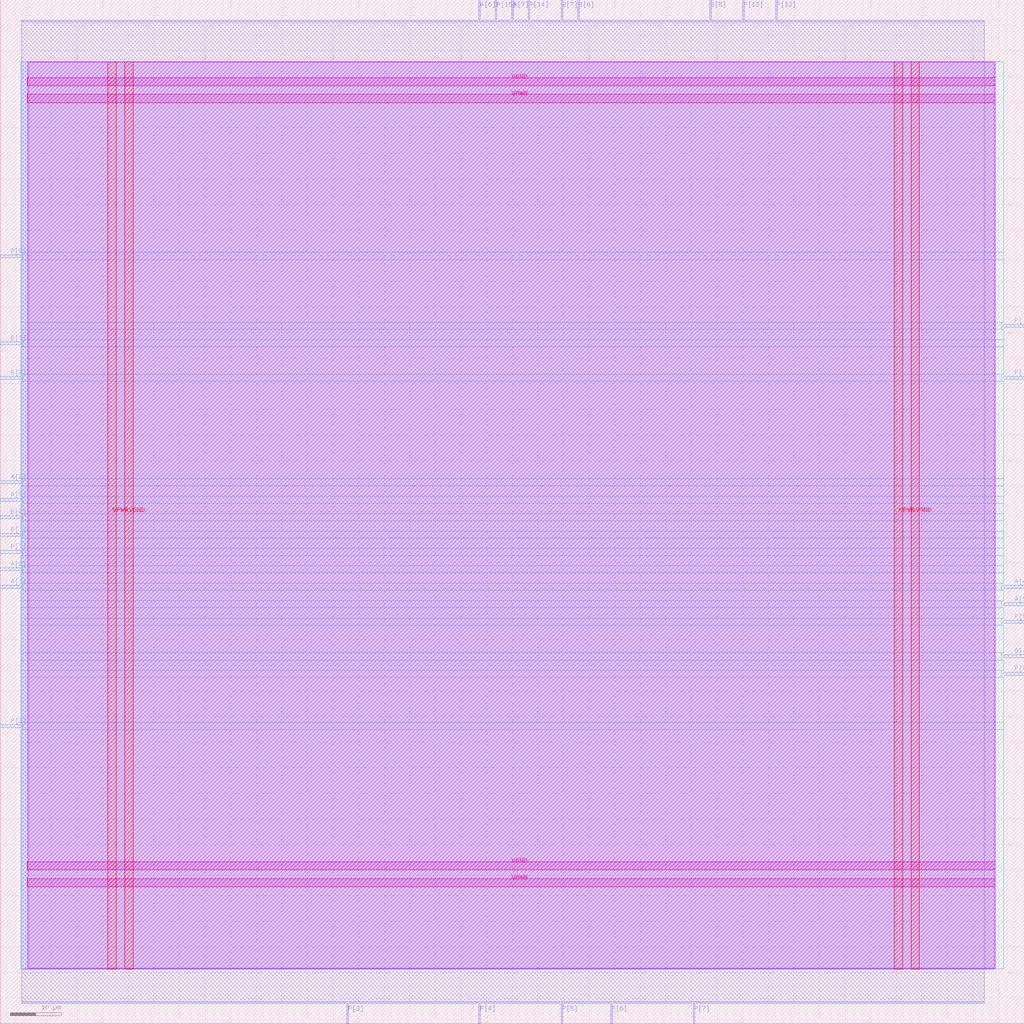
<source format=lef>
VERSION 5.7 ;
  NOWIREEXTENSIONATPIN ON ;
  DIVIDERCHAR "/" ;
  BUSBITCHARS "[]" ;
MACRO mult8_2bits_2op_e2479
  CLASS BLOCK ;
  FOREIGN mult8_2bits_2op_e2479 ;
  ORIGIN 0.000 0.000 ;
  SIZE 200.000 BY 200.000 ;
  PIN A[0]
    DIRECTION INPUT ;
    USE SIGNAL ;
    ANTENNAGATEAREA 0.495000 ;
    PORT
      LAYER met3 ;
        RECT 0.000 88.440 4.000 89.040 ;
    END
  END A[0]
  PIN A[1]
    DIRECTION INPUT ;
    USE SIGNAL ;
    ANTENNAGATEAREA 0.213000 ;
    PORT
      LAYER met3 ;
        RECT 0.000 85.040 4.000 85.640 ;
    END
  END A[1]
  PIN A[2]
    DIRECTION INPUT ;
    USE SIGNAL ;
    ANTENNAGATEAREA 0.213000 ;
    PORT
      LAYER met3 ;
        RECT 0.000 105.440 4.000 106.040 ;
    END
  END A[2]
  PIN A[3]
    DIRECTION INPUT ;
    USE SIGNAL ;
    ANTENNAGATEAREA 0.126000 ;
    PORT
      LAYER met3 ;
        RECT 0.000 102.040 4.000 102.640 ;
    END
  END A[3]
  PIN A[4]
    DIRECTION INPUT ;
    USE SIGNAL ;
    ANTENNAGATEAREA 0.213000 ;
    PORT
      LAYER met3 ;
        RECT 196.000 85.040 200.000 85.640 ;
    END
  END A[4]
  PIN A[5]
    DIRECTION INPUT ;
    USE SIGNAL ;
    ANTENNAGATEAREA 0.213000 ;
    PORT
      LAYER met3 ;
        RECT 196.000 81.640 200.000 82.240 ;
    END
  END A[5]
  PIN A[6]
    DIRECTION INPUT ;
    USE SIGNAL ;
    ANTENNAGATEAREA 0.196500 ;
    PORT
      LAYER met2 ;
        RECT 93.470 196.000 93.750 200.000 ;
    END
  END A[6]
  PIN A[7]
    DIRECTION INPUT ;
    USE SIGNAL ;
    ANTENNAGATEAREA 0.196500 ;
    PORT
      LAYER met2 ;
        RECT 99.910 196.000 100.190 200.000 ;
    END
  END A[7]
  PIN B[0]
    DIRECTION INPUT ;
    USE SIGNAL ;
    ANTENNAGATEAREA 0.126000 ;
    PORT
      LAYER met3 ;
        RECT 0.000 98.640 4.000 99.240 ;
    END
  END B[0]
  PIN B[1]
    DIRECTION INPUT ;
    USE SIGNAL ;
    ANTENNAGATEAREA 0.196500 ;
    PORT
      LAYER met3 ;
        RECT 0.000 95.240 4.000 95.840 ;
    END
  END B[1]
  PIN B[2]
    DIRECTION INPUT ;
    USE SIGNAL ;
    ANTENNAGATEAREA 0.247500 ;
    PORT
      LAYER met3 ;
        RECT 0.000 125.840 4.000 126.440 ;
    END
  END B[2]
  PIN B[3]
    DIRECTION INPUT ;
    USE SIGNAL ;
    ANTENNAGATEAREA 0.495000 ;
    PORT
      LAYER met3 ;
        RECT 0.000 132.640 4.000 133.240 ;
    END
  END B[3]
  PIN B[4]
    DIRECTION INPUT ;
    USE SIGNAL ;
    ANTENNAGATEAREA 0.213000 ;
    PORT
      LAYER met3 ;
        RECT 196.000 71.440 200.000 72.040 ;
    END
  END B[4]
  PIN B[5]
    DIRECTION INPUT ;
    USE SIGNAL ;
    ANTENNAGATEAREA 0.196500 ;
    PORT
      LAYER met2 ;
        RECT 138.550 196.000 138.830 200.000 ;
    END
  END B[5]
  PIN B[6]
    DIRECTION INPUT ;
    USE SIGNAL ;
    ANTENNAGATEAREA 0.196500 ;
    PORT
      LAYER met2 ;
        RECT 112.790 196.000 113.070 200.000 ;
    END
  END B[6]
  PIN B[7]
    DIRECTION INPUT ;
    USE SIGNAL ;
    ANTENNAGATEAREA 0.196500 ;
    PORT
      LAYER met2 ;
        RECT 109.570 196.000 109.850 200.000 ;
    END
  END B[7]
  PIN P[0]
    DIRECTION OUTPUT ;
    USE SIGNAL ;
    PORT
      LAYER met3 ;
        RECT 0.000 149.640 4.000 150.240 ;
    END
  END P[0]
  PIN P[10]
    DIRECTION OUTPUT ;
    USE SIGNAL ;
    ANTENNADIFFAREA 1.336500 ;
    PORT
      LAYER met3 ;
        RECT 196.000 125.840 200.000 126.440 ;
    END
  END P[10]
  PIN P[11]
    DIRECTION OUTPUT ;
    USE SIGNAL ;
    ANTENNADIFFAREA 1.336500 ;
    PORT
      LAYER met3 ;
        RECT 196.000 136.040 200.000 136.640 ;
    END
  END P[11]
  PIN P[12]
    DIRECTION OUTPUT ;
    USE SIGNAL ;
    ANTENNADIFFAREA 1.336500 ;
    PORT
      LAYER met2 ;
        RECT 151.430 196.000 151.710 200.000 ;
    END
  END P[12]
  PIN P[13]
    DIRECTION OUTPUT ;
    USE SIGNAL ;
    ANTENNADIFFAREA 0.891000 ;
    PORT
      LAYER met2 ;
        RECT 144.990 196.000 145.270 200.000 ;
    END
  END P[13]
  PIN P[14]
    DIRECTION OUTPUT ;
    USE SIGNAL ;
    ANTENNADIFFAREA 1.336500 ;
    PORT
      LAYER met2 ;
        RECT 103.130 196.000 103.410 200.000 ;
    END
  END P[14]
  PIN P[15]
    DIRECTION OUTPUT ;
    USE SIGNAL ;
    ANTENNADIFFAREA 1.336500 ;
    PORT
      LAYER met2 ;
        RECT 96.690 196.000 96.970 200.000 ;
    END
  END P[15]
  PIN P[1]
    DIRECTION OUTPUT ;
    USE SIGNAL ;
    ANTENNADIFFAREA 0.445500 ;
    PORT
      LAYER met3 ;
        RECT 0.000 91.840 4.000 92.440 ;
    END
  END P[1]
  PIN P[2]
    DIRECTION OUTPUT ;
    USE SIGNAL ;
    ANTENNADIFFAREA 0.445500 ;
    PORT
      LAYER met3 ;
        RECT 0.000 57.840 4.000 58.440 ;
    END
  END P[2]
  PIN P[3]
    DIRECTION OUTPUT ;
    USE SIGNAL ;
    ANTENNADIFFAREA 0.445500 ;
    PORT
      LAYER met2 ;
        RECT 67.710 0.000 67.990 4.000 ;
    END
  END P[3]
  PIN P[4]
    DIRECTION OUTPUT ;
    USE SIGNAL ;
    ANTENNADIFFAREA 0.445500 ;
    PORT
      LAYER met2 ;
        RECT 93.470 0.000 93.750 4.000 ;
    END
  END P[4]
  PIN P[5]
    DIRECTION OUTPUT ;
    USE SIGNAL ;
    ANTENNADIFFAREA 1.336500 ;
    PORT
      LAYER met2 ;
        RECT 109.570 0.000 109.850 4.000 ;
    END
  END P[5]
  PIN P[6]
    DIRECTION OUTPUT ;
    USE SIGNAL ;
    ANTENNADIFFAREA 1.336500 ;
    PORT
      LAYER met2 ;
        RECT 119.230 0.000 119.510 4.000 ;
    END
  END P[6]
  PIN P[7]
    DIRECTION OUTPUT ;
    USE SIGNAL ;
    ANTENNADIFFAREA 0.891000 ;
    PORT
      LAYER met2 ;
        RECT 135.330 0.000 135.610 4.000 ;
    END
  END P[7]
  PIN P[8]
    DIRECTION OUTPUT ;
    USE SIGNAL ;
    ANTENNADIFFAREA 0.891000 ;
    PORT
      LAYER met3 ;
        RECT 196.000 68.040 200.000 68.640 ;
    END
  END P[8]
  PIN P[9]
    DIRECTION OUTPUT ;
    USE SIGNAL ;
    ANTENNADIFFAREA 1.336500 ;
    PORT
      LAYER met3 ;
        RECT 196.000 78.240 200.000 78.840 ;
    END
  END P[9]
  PIN VGND
    DIRECTION INOUT ;
    USE GROUND ;
    PORT
      LAYER met4 ;
        RECT 24.340 10.640 25.940 187.920 ;
    END
    PORT
      LAYER met4 ;
        RECT 177.940 10.640 179.540 187.920 ;
    END
    PORT
      LAYER met5 ;
        RECT 5.280 30.030 194.360 31.630 ;
    END
    PORT
      LAYER met5 ;
        RECT 5.280 183.210 194.360 184.810 ;
    END
  END VGND
  PIN VPWR
    DIRECTION INOUT ;
    USE POWER ;
    PORT
      LAYER met4 ;
        RECT 21.040 10.640 22.640 187.920 ;
    END
    PORT
      LAYER met4 ;
        RECT 174.640 10.640 176.240 187.920 ;
    END
    PORT
      LAYER met5 ;
        RECT 5.280 26.730 194.360 28.330 ;
    END
    PORT
      LAYER met5 ;
        RECT 5.280 179.910 194.360 181.510 ;
    END
  END VPWR
  OBS
      LAYER nwell ;
        RECT 5.330 10.795 194.310 187.870 ;
      LAYER li1 ;
        RECT 5.520 10.795 194.120 187.765 ;
      LAYER met1 ;
        RECT 4.210 10.640 194.120 187.920 ;
      LAYER met2 ;
        RECT 4.230 195.720 93.190 196.000 ;
        RECT 94.030 195.720 96.410 196.000 ;
        RECT 97.250 195.720 99.630 196.000 ;
        RECT 100.470 195.720 102.850 196.000 ;
        RECT 103.690 195.720 109.290 196.000 ;
        RECT 110.130 195.720 112.510 196.000 ;
        RECT 113.350 195.720 138.270 196.000 ;
        RECT 139.110 195.720 144.710 196.000 ;
        RECT 145.550 195.720 151.150 196.000 ;
        RECT 151.990 195.720 192.190 196.000 ;
        RECT 4.230 4.280 192.190 195.720 ;
        RECT 4.230 4.000 67.430 4.280 ;
        RECT 68.270 4.000 93.190 4.280 ;
        RECT 94.030 4.000 109.290 4.280 ;
        RECT 110.130 4.000 118.950 4.280 ;
        RECT 119.790 4.000 135.050 4.280 ;
        RECT 135.890 4.000 192.190 4.280 ;
      LAYER met3 ;
        RECT 3.990 150.640 196.000 187.845 ;
        RECT 4.400 149.240 196.000 150.640 ;
        RECT 3.990 137.040 196.000 149.240 ;
        RECT 3.990 135.640 195.600 137.040 ;
        RECT 3.990 133.640 196.000 135.640 ;
        RECT 4.400 132.240 196.000 133.640 ;
        RECT 3.990 126.840 196.000 132.240 ;
        RECT 4.400 125.440 195.600 126.840 ;
        RECT 3.990 106.440 196.000 125.440 ;
        RECT 4.400 105.040 196.000 106.440 ;
        RECT 3.990 103.040 196.000 105.040 ;
        RECT 4.400 101.640 196.000 103.040 ;
        RECT 3.990 99.640 196.000 101.640 ;
        RECT 4.400 98.240 196.000 99.640 ;
        RECT 3.990 96.240 196.000 98.240 ;
        RECT 4.400 94.840 196.000 96.240 ;
        RECT 3.990 92.840 196.000 94.840 ;
        RECT 4.400 91.440 196.000 92.840 ;
        RECT 3.990 89.440 196.000 91.440 ;
        RECT 4.400 88.040 196.000 89.440 ;
        RECT 3.990 86.040 196.000 88.040 ;
        RECT 4.400 84.640 195.600 86.040 ;
        RECT 3.990 82.640 196.000 84.640 ;
        RECT 3.990 81.240 195.600 82.640 ;
        RECT 3.990 79.240 196.000 81.240 ;
        RECT 3.990 77.840 195.600 79.240 ;
        RECT 3.990 72.440 196.000 77.840 ;
        RECT 3.990 71.040 195.600 72.440 ;
        RECT 3.990 69.040 196.000 71.040 ;
        RECT 3.990 67.640 195.600 69.040 ;
        RECT 3.990 58.840 196.000 67.640 ;
        RECT 4.400 57.440 196.000 58.840 ;
        RECT 3.990 10.715 196.000 57.440 ;
  END
END mult8_2bits_2op_e2479
END LIBRARY


</source>
